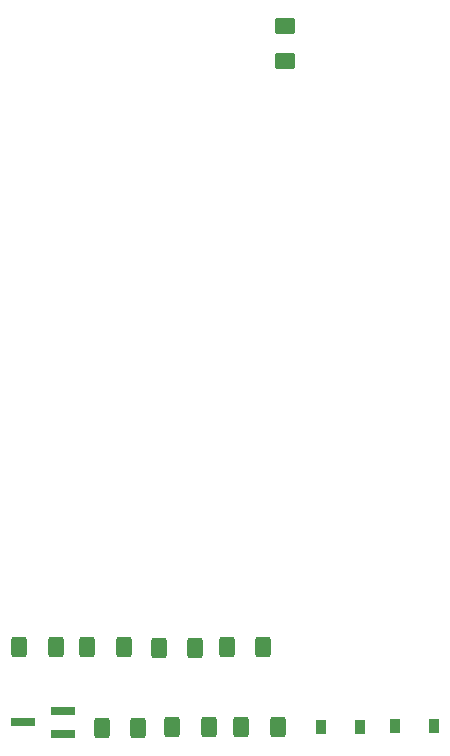
<source format=gbp>
%TF.GenerationSoftware,KiCad,Pcbnew,6.0.11-2627ca5db0~126~ubuntu22.04.1*%
%TF.CreationDate,2023-11-05T18:43:30+00:00*%
%TF.ProjectId,zx-spectrum-diagnostics,7a782d73-7065-4637-9472-756d2d646961,rev?*%
%TF.SameCoordinates,Original*%
%TF.FileFunction,Paste,Bot*%
%TF.FilePolarity,Positive*%
%FSLAX46Y46*%
G04 Gerber Fmt 4.6, Leading zero omitted, Abs format (unit mm)*
G04 Created by KiCad (PCBNEW 6.0.11-2627ca5db0~126~ubuntu22.04.1) date 2023-11-05 18:43:30*
%MOMM*%
%LPD*%
G01*
G04 APERTURE LIST*
G04 Aperture macros list*
%AMRoundRect*
0 Rectangle with rounded corners*
0 $1 Rounding radius*
0 $2 $3 $4 $5 $6 $7 $8 $9 X,Y pos of 4 corners*
0 Add a 4 corners polygon primitive as box body*
4,1,4,$2,$3,$4,$5,$6,$7,$8,$9,$2,$3,0*
0 Add four circle primitives for the rounded corners*
1,1,$1+$1,$2,$3*
1,1,$1+$1,$4,$5*
1,1,$1+$1,$6,$7*
1,1,$1+$1,$8,$9*
0 Add four rect primitives between the rounded corners*
20,1,$1+$1,$2,$3,$4,$5,0*
20,1,$1+$1,$4,$5,$6,$7,0*
20,1,$1+$1,$6,$7,$8,$9,0*
20,1,$1+$1,$8,$9,$2,$3,0*%
G04 Aperture macros list end*
%ADD10R,0.900000X1.200000*%
%ADD11RoundRect,0.250000X0.400000X0.625000X-0.400000X0.625000X-0.400000X-0.625000X0.400000X-0.625000X0*%
%ADD12RoundRect,0.250000X-0.400000X-0.625000X0.400000X-0.625000X0.400000X0.625000X-0.400000X0.625000X0*%
%ADD13R,2.000000X0.650000*%
%ADD14RoundRect,0.250001X-0.624999X0.462499X-0.624999X-0.462499X0.624999X-0.462499X0.624999X0.462499X0*%
G04 APERTURE END LIST*
D10*
%TO.C,D103*%
X122220000Y-150270000D03*
X118920000Y-150270000D03*
%TD*%
%TO.C,D102*%
X115910000Y-150290000D03*
X112610000Y-150290000D03*
%TD*%
D11*
%TO.C,R107*%
X97170000Y-150370000D03*
X94070000Y-150370000D03*
%TD*%
D12*
%TO.C,R106*%
X92820000Y-143560000D03*
X95920000Y-143560000D03*
%TD*%
D11*
%TO.C,R101*%
X103140000Y-150330000D03*
X100040000Y-150330000D03*
%TD*%
D13*
%TO.C,Q101*%
X90790000Y-148980000D03*
X90790000Y-150880000D03*
X87370000Y-149930000D03*
%TD*%
D12*
%TO.C,R102*%
X105900000Y-150320000D03*
X109000000Y-150320000D03*
%TD*%
D11*
%TO.C,R103*%
X101990000Y-143590000D03*
X98890000Y-143590000D03*
%TD*%
D14*
%TO.C,D101*%
X109550000Y-90952500D03*
X109550000Y-93927500D03*
%TD*%
D12*
%TO.C,R104*%
X104650000Y-143530000D03*
X107750000Y-143530000D03*
%TD*%
D11*
%TO.C,R105*%
X90180000Y-143550000D03*
X87080000Y-143550000D03*
%TD*%
M02*

</source>
